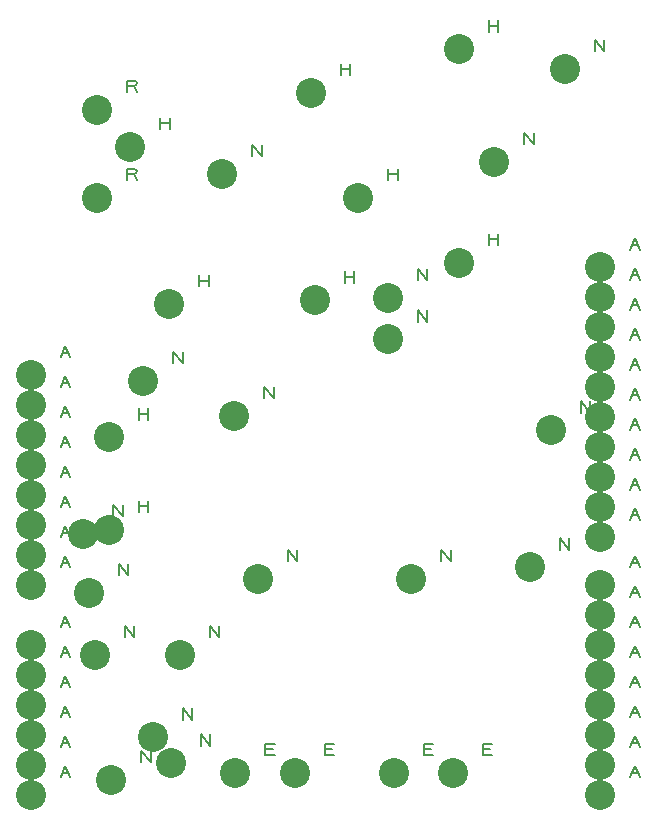
<source format=gbr>
G04 EasyPC Gerber Version 20.0 Build 4102 *
G04 #@! TF.Part,Single*
%FSLAX35Y35*%
%MOIN*%
%ADD10C,0.00500*%
G04 #@! TA.AperFunction,ComponentPad*
%ADD88C,0.10000*%
X0Y0D02*
D02*
D10*
X105743Y57009D02*
X107306Y60759D01*
X108868Y57009*
X106368Y58571D02*
X108243D01*
X105743Y67009D02*
X107306Y70759D01*
X108868Y67009*
X106368Y68571D02*
X108243D01*
X105743Y77009D02*
X107306Y80759D01*
X108868Y77009*
X106368Y78571D02*
X108243D01*
X105743Y87009D02*
X107306Y90759D01*
X108868Y87009*
X106368Y88571D02*
X108243D01*
X105743Y97009D02*
X107306Y100759D01*
X108868Y97009*
X106368Y98571D02*
X108243D01*
X105743Y107009D02*
X107306Y110759D01*
X108868Y107009*
X106368Y108571D02*
X108243D01*
X105743Y126987D02*
X107306Y130737D01*
X108868Y126987*
X106368Y128549D02*
X108243D01*
X105743Y136987D02*
X107306Y140737D01*
X108868Y136987*
X106368Y138549D02*
X108243D01*
X105743Y146987D02*
X107306Y150737D01*
X108868Y146987*
X106368Y148549D02*
X108243D01*
X105743Y156987D02*
X107306Y160737D01*
X108868Y156987*
X106368Y158549D02*
X108243D01*
X105743Y166987D02*
X107306Y170737D01*
X108868Y166987*
X106368Y168549D02*
X108243D01*
X105743Y176987D02*
X107306Y180737D01*
X108868Y176987*
X106368Y178549D02*
X108243D01*
X105743Y186987D02*
X107306Y190737D01*
X108868Y186987*
X106368Y188549D02*
X108243D01*
X105743Y196987D02*
X107306Y200737D01*
X108868Y196987*
X106368Y198549D02*
X108243D01*
X123242Y143983D02*
Y147733D01*
X126367Y143983*
Y147733*
X125131Y124333D02*
Y128083D01*
X128257Y124333*
Y128083*
X127179Y103825D02*
Y107575D01*
X130304Y103825*
Y107575*
X127967Y256183D02*
Y259933D01*
X130154*
X130779Y259620*
X131092Y258995*
X130779Y258370*
X130154Y258058*
X127967*
X130154D02*
X131092Y256183D01*
X127967Y285548D02*
Y289298D01*
X130154*
X130779Y288986*
X131092Y288361*
X130779Y287736*
X130154Y287424*
X127967*
X130154D02*
X131092Y285548D01*
X131904Y145557D02*
Y149307D01*
Y147433D02*
X135029D01*
Y145557D02*
Y149307D01*
X131904Y176266D02*
Y180016D01*
Y178141D02*
X135029D01*
Y176266D02*
Y180016D01*
X132691Y62093D02*
Y65843D01*
X135816Y62093*
Y65843*
X138990Y273117D02*
Y276867D01*
Y274992D02*
X142115D01*
Y273117D02*
Y276867D01*
X143343Y195164D02*
Y198914D01*
X146468Y195164*
Y198914*
X146514Y76266D02*
Y80016D01*
X149639Y76266*
Y80016*
X151982Y220754D02*
Y224504D01*
Y222630D02*
X155107D01*
Y220754D02*
Y224504D01*
X152376Y67605D02*
Y71355D01*
X155501Y67605*
Y71355*
X155526Y103825D02*
Y107575D01*
X158651Y103825*
Y107575*
X169699Y264061D02*
Y267811D01*
X172824Y264061*
Y267811*
X173636Y183353D02*
Y187103D01*
X176761Y183353*
Y187103*
X174030Y64455D02*
Y68205D01*
X177155*
X176530Y66330D02*
X174030D01*
Y64455D02*
X177155D01*
X181510Y129022D02*
Y132772D01*
X184635Y129022*
Y132772*
X193715Y64455D02*
Y68205D01*
X196840*
X196215Y66330D02*
X193715D01*
Y64455D02*
X196840D01*
X199226Y291227D02*
Y294977D01*
Y293102D02*
X202352D01*
Y291227D02*
Y294977D01*
X200407Y221935D02*
Y225685D01*
Y223811D02*
X203533D01*
Y221935D02*
Y225685D01*
X214974Y256187D02*
Y259937D01*
Y258063D02*
X218100D01*
Y256187D02*
Y259937D01*
X224817Y208943D02*
Y212693D01*
X227942Y208943*
Y212693*
X224817Y222723D02*
Y226473D01*
X227942Y222723*
Y226473*
X226785Y64455D02*
Y68205D01*
X229911*
X229285Y66330D02*
X226785D01*
Y64455D02*
X229911D01*
X232691Y129022D02*
Y132772D01*
X235816Y129022*
Y132772*
X246470Y64455D02*
Y68205D01*
X249596*
X248970Y66330D02*
X246470D01*
Y64455D02*
X249596D01*
X248439Y234534D02*
Y238284D01*
Y236409D02*
X251564D01*
Y234534D02*
Y238284D01*
X248439Y305597D02*
Y309347D01*
Y307472D02*
X251564D01*
Y305597D02*
Y309347D01*
X260250Y267998D02*
Y271748D01*
X263375Y267998*
Y271748*
X272061Y132959D02*
Y136709D01*
X275186Y132959*
Y136709*
X279148Y178628D02*
Y182378D01*
X282273Y178628*
Y182378*
X283872Y299101D02*
Y302851D01*
X286997Y299101*
Y302851*
X295683Y57009D02*
X297246Y60759D01*
X298808Y57009*
X296308Y58571D02*
X298183D01*
X295683Y67009D02*
X297246Y70759D01*
X298808Y67009*
X296308Y68571D02*
X298183D01*
X295683Y77009D02*
X297246Y80759D01*
X298808Y77009*
X296308Y78571D02*
X298183D01*
X295683Y87009D02*
X297246Y90759D01*
X298808Y87009*
X296308Y88571D02*
X298183D01*
X295683Y97009D02*
X297246Y100759D01*
X298808Y97009*
X296308Y98571D02*
X298183D01*
X295683Y107009D02*
X297246Y110759D01*
X298808Y107009*
X296308Y108571D02*
X298183D01*
X295683Y117009D02*
X297246Y120759D01*
X298808Y117009*
X296308Y118571D02*
X298183D01*
X295683Y127009D02*
X297246Y130759D01*
X298808Y127009*
X296308Y128571D02*
X298183D01*
X295683Y142959D02*
X297246Y146709D01*
X298808Y142959*
X296308Y144522D02*
X298183D01*
X295683Y152959D02*
X297246Y156709D01*
X298808Y152959*
X296308Y154522D02*
X298183D01*
X295683Y162959D02*
X297246Y166709D01*
X298808Y162959*
X296308Y164522D02*
X298183D01*
X295683Y172959D02*
X297246Y176709D01*
X298808Y172959*
X296308Y174522D02*
X298183D01*
X295683Y182959D02*
X297246Y186709D01*
X298808Y182959*
X296308Y184522D02*
X298183D01*
X295683Y192959D02*
X297246Y196709D01*
X298808Y192959*
X296308Y194522D02*
X298183D01*
X295683Y202959D02*
X297246Y206709D01*
X298808Y202959*
X296308Y204522D02*
X298183D01*
X295683Y212959D02*
X297246Y216709D01*
X298808Y212959*
X296308Y214522D02*
X298183D01*
X295683Y222959D02*
X297246Y226709D01*
X298808Y222959*
X296308Y224522D02*
X298183D01*
X295683Y232959D02*
X297246Y236709D01*
X298808Y232959*
X296308Y234522D02*
X298183D01*
D02*
D88*
X95743Y51071D03*
Y61071D03*
Y71071D03*
Y81071D03*
Y91071D03*
Y101071D03*
Y121049D03*
Y131049D03*
Y141049D03*
Y151049D03*
Y161049D03*
Y171049D03*
Y181049D03*
Y191049D03*
X113242Y138045D03*
X115131Y118396D03*
X117179Y97888D03*
X117967Y250245D03*
Y279611D03*
X121904Y139620D03*
Y170329D03*
X122691Y56156D03*
X128990Y267179D03*
X133343Y189226D03*
X136514Y70329D03*
X141982Y214817D03*
X142376Y61667D03*
X145526Y97888D03*
X159699Y258124D03*
X163636Y177415D03*
X164030Y58518D03*
X171510Y123085D03*
X183715Y58518D03*
X189226Y285289D03*
X190407Y215998D03*
X204974Y250250D03*
X214817Y203006D03*
Y216785D03*
X216785Y58518D03*
X222691Y123085D03*
X236470Y58518D03*
X238439Y228596D03*
Y299659D03*
X250250Y262061D03*
X262061Y127022D03*
X269148Y172691D03*
X273872Y293163D03*
X285683Y51071D03*
Y61071D03*
Y71071D03*
Y81071D03*
Y91071D03*
Y101071D03*
Y111071D03*
Y121071D03*
Y137022D03*
Y147022D03*
Y157022D03*
Y167022D03*
Y177022D03*
Y187022D03*
Y197022D03*
Y207022D03*
Y217022D03*
Y227022D03*
X0Y0D02*
M02*

</source>
